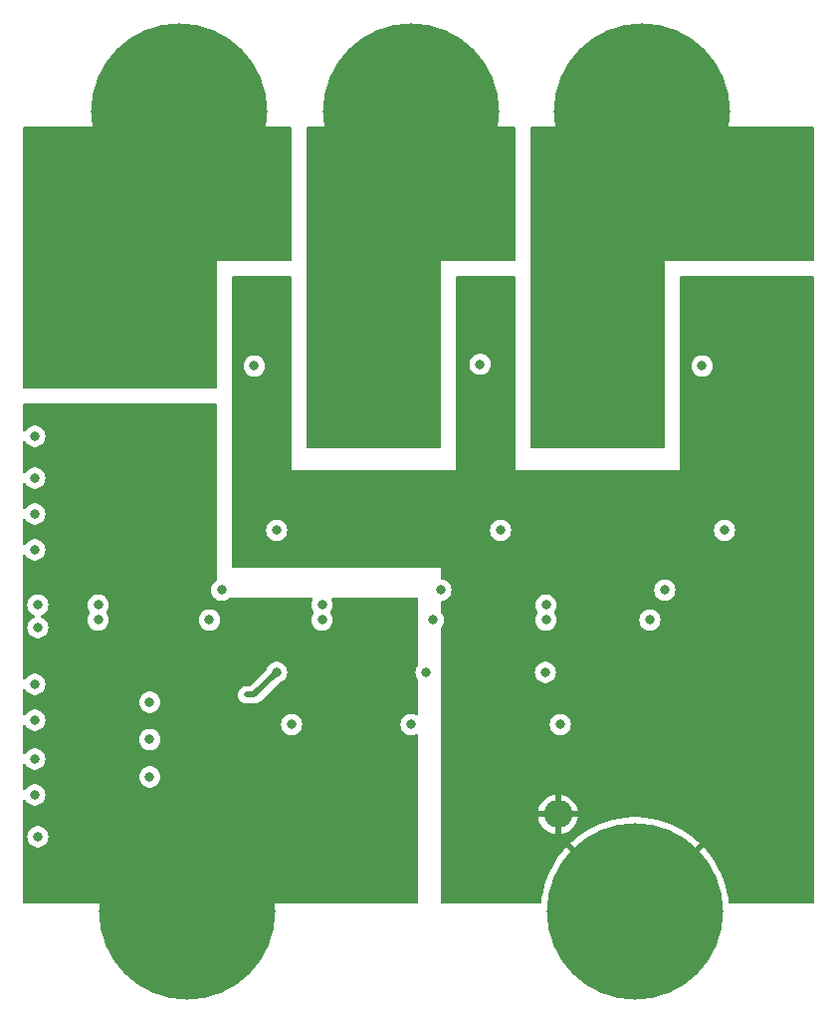
<source format=gbr>
%TF.GenerationSoftware,KiCad,Pcbnew,7.0.6*%
%TF.CreationDate,2023-10-19T15:55:56+03:00*%
%TF.ProjectId,_______ _____,21383b3e-3230-44f2-903f-3b3042302e6b,rev?*%
%TF.SameCoordinates,Original*%
%TF.FileFunction,Copper,L6,Bot*%
%TF.FilePolarity,Positive*%
%FSLAX46Y46*%
G04 Gerber Fmt 4.6, Leading zero omitted, Abs format (unit mm)*
G04 Created by KiCad (PCBNEW 7.0.6) date 2023-10-19 15:55:56*
%MOMM*%
%LPD*%
G01*
G04 APERTURE LIST*
%TA.AperFunction,ComponentPad*%
%ADD10C,15.000000*%
%TD*%
%TA.AperFunction,ComponentPad*%
%ADD11O,2.400000X2.400000*%
%TD*%
%TA.AperFunction,ComponentPad*%
%ADD12R,2.400000X2.400000*%
%TD*%
%TA.AperFunction,ViaPad*%
%ADD13C,0.800000*%
%TD*%
%TA.AperFunction,Conductor*%
%ADD14C,0.500000*%
%TD*%
G04 APERTURE END LIST*
D10*
%TO.P,J1,1,Pin_1*%
%TO.N,+24V*%
X133350000Y-125730000D03*
%TD*%
%TO.P,J2,1,Pin_1*%
%TO.N,GND*%
X171450000Y-125730000D03*
%TD*%
%TO.P,J5,1,Pin_1*%
%TO.N,C*%
X172085000Y-57785000D03*
%TD*%
%TO.P,J4,1,Pin_1*%
%TO.N,B*%
X152400000Y-57785000D03*
%TD*%
%TO.P,J3,1,Pin_1*%
%TO.N,A*%
X132715000Y-57785000D03*
%TD*%
D11*
%TO.P,C1,2*%
%TO.N,GND*%
X164900000Y-117475000D03*
D12*
%TO.P,C1,1*%
%TO.N,+24V*%
X139900000Y-117475000D03*
%TD*%
D13*
%TO.N,GND*%
X120396000Y-85344000D03*
X120396000Y-88900000D03*
X120396000Y-91948000D03*
X120396000Y-94996000D03*
X120396000Y-106426000D03*
X120396000Y-109474000D03*
X120396000Y-112776000D03*
X120396000Y-115824000D03*
X185674000Y-117856000D03*
X185674000Y-114554000D03*
X185674000Y-111506000D03*
X185674000Y-108204000D03*
X185674000Y-105156000D03*
X185674000Y-101854000D03*
X185674000Y-98806000D03*
X185674000Y-95504000D03*
X174625000Y-116205000D03*
X174625000Y-113030000D03*
X174625000Y-109855000D03*
X174625000Y-106680000D03*
X130175000Y-114300000D03*
X130175000Y-111125000D03*
X130175000Y-107950000D03*
X120650000Y-119380000D03*
X120650000Y-101600000D03*
X120650000Y-99695000D03*
%TO.N,HIN_C*%
X165100000Y-109855000D03*
%TO.N,LIN_C*%
X163830000Y-105410000D03*
%TO.N,HIN_B*%
X153670000Y-105410000D03*
%TO.N,LIN_B*%
X152400000Y-109855000D03*
%TO.N,LIN_A*%
X142240000Y-109855000D03*
%TO.N,HIN_A*%
X140970000Y-105410000D03*
%TO.N,GND*%
X175895000Y-74930000D03*
X175895000Y-76200000D03*
X178435000Y-76200000D03*
X179705000Y-74930000D03*
X178435000Y-74930000D03*
X177165000Y-74930000D03*
X179705000Y-76200000D03*
X177165000Y-76200000D03*
X156845000Y-74930000D03*
X156845000Y-76200000D03*
X159385000Y-76200000D03*
X160655000Y-74930000D03*
X159385000Y-74930000D03*
X158115000Y-74930000D03*
X160655000Y-76200000D03*
X158115000Y-76200000D03*
X137795000Y-76200000D03*
X139065000Y-76200000D03*
X140335000Y-76200000D03*
X141605000Y-76200000D03*
X141605000Y-74930000D03*
X140335000Y-74930000D03*
X139065000Y-74930000D03*
X137795000Y-74930000D03*
%TO.N,LIN_C*%
X163881676Y-100960775D03*
%TO.N,HIN_C*%
X163881676Y-99699225D03*
%TO.N,Net-(U3-VS)*%
X173990000Y-98425000D03*
X172720000Y-100965000D03*
%TO.N,LIN_B*%
X144831676Y-100960775D03*
%TO.N,HIN_B*%
X144831676Y-99699225D03*
%TO.N,LIN_A*%
X125781676Y-100960775D03*
%TO.N,HIN_A*%
X125781676Y-99699225D03*
%TO.N,Net-(U2-VS)*%
X154305000Y-100965000D03*
X154940000Y-98425000D03*
%TO.N,Net-(U1-VS)*%
X136292500Y-98425000D03*
X135255000Y-100965000D03*
%TO.N,G6*%
X179070000Y-93345000D03*
%TO.N,G4*%
X160020000Y-93345000D03*
%TO.N,G2*%
X140970000Y-93345000D03*
%TO.N,G6*%
X177165000Y-79375000D03*
%TO.N,G4*%
X158260000Y-79230000D03*
%TO.N,G2*%
X139065000Y-79375000D03*
%TD*%
D14*
%TO.N,HIN_A*%
X139065000Y-107315000D02*
X138430000Y-107315000D01*
X140970000Y-105410000D02*
X139065000Y-107315000D01*
%TD*%
%TA.AperFunction,Conductor*%
%TO.N,GND*%
G36*
X142183039Y-71774685D02*
G01*
X142228794Y-71827489D01*
X142240000Y-71878999D01*
X142240000Y-88265000D01*
X156210000Y-88265000D01*
X156210000Y-79230000D01*
X157354540Y-79230000D01*
X157374326Y-79418256D01*
X157374327Y-79418259D01*
X157432818Y-79598277D01*
X157432821Y-79598284D01*
X157527467Y-79762216D01*
X157654128Y-79902888D01*
X157654129Y-79902888D01*
X157807265Y-80014148D01*
X157807270Y-80014151D01*
X157980192Y-80091142D01*
X157980197Y-80091144D01*
X158165354Y-80130500D01*
X158165355Y-80130500D01*
X158354644Y-80130500D01*
X158354646Y-80130500D01*
X158539803Y-80091144D01*
X158712730Y-80014151D01*
X158865871Y-79902888D01*
X158992533Y-79762216D01*
X159087179Y-79598284D01*
X159145674Y-79418256D01*
X159165460Y-79230000D01*
X159145674Y-79041744D01*
X159087179Y-78861716D01*
X158992533Y-78697784D01*
X158865871Y-78557112D01*
X158865870Y-78557111D01*
X158712734Y-78445851D01*
X158712729Y-78445848D01*
X158539807Y-78368857D01*
X158539802Y-78368855D01*
X158394001Y-78337865D01*
X158354646Y-78329500D01*
X158165354Y-78329500D01*
X158132897Y-78336398D01*
X157980197Y-78368855D01*
X157980192Y-78368857D01*
X157807270Y-78445848D01*
X157807265Y-78445851D01*
X157654129Y-78557111D01*
X157527466Y-78697785D01*
X157432821Y-78861715D01*
X157432818Y-78861722D01*
X157385707Y-79006716D01*
X157374326Y-79041744D01*
X157354540Y-79230000D01*
X156210000Y-79230000D01*
X156210000Y-71879000D01*
X156229685Y-71811961D01*
X156282489Y-71766206D01*
X156334000Y-71755000D01*
X161166000Y-71755000D01*
X161233039Y-71774685D01*
X161278794Y-71827489D01*
X161290000Y-71878999D01*
X161290000Y-88265000D01*
X175260000Y-88265000D01*
X175260000Y-79375000D01*
X176259540Y-79375000D01*
X176279326Y-79563256D01*
X176279327Y-79563259D01*
X176337818Y-79743277D01*
X176337821Y-79743284D01*
X176432467Y-79907216D01*
X176528749Y-80014148D01*
X176559129Y-80047888D01*
X176712265Y-80159148D01*
X176712270Y-80159151D01*
X176885192Y-80236142D01*
X176885197Y-80236144D01*
X177070354Y-80275500D01*
X177070355Y-80275500D01*
X177259644Y-80275500D01*
X177259646Y-80275500D01*
X177444803Y-80236144D01*
X177617730Y-80159151D01*
X177770871Y-80047888D01*
X177897533Y-79907216D01*
X177992179Y-79743284D01*
X178050674Y-79563256D01*
X178070460Y-79375000D01*
X178050674Y-79186744D01*
X177992179Y-79006716D01*
X177897533Y-78842784D01*
X177770871Y-78702112D01*
X177770870Y-78702111D01*
X177617734Y-78590851D01*
X177617729Y-78590848D01*
X177444807Y-78513857D01*
X177444802Y-78513855D01*
X177299000Y-78482865D01*
X177259646Y-78474500D01*
X177070354Y-78474500D01*
X177037897Y-78481398D01*
X176885197Y-78513855D01*
X176885192Y-78513857D01*
X176712270Y-78590848D01*
X176712265Y-78590851D01*
X176559129Y-78702111D01*
X176432466Y-78842785D01*
X176337821Y-79006715D01*
X176337818Y-79006722D01*
X176279327Y-79186740D01*
X176279326Y-79186744D01*
X176259540Y-79375000D01*
X175260000Y-79375000D01*
X175260000Y-71879000D01*
X175279685Y-71811961D01*
X175332489Y-71766206D01*
X175384000Y-71755000D01*
X186566000Y-71755000D01*
X186633039Y-71774685D01*
X186678794Y-71827489D01*
X186690000Y-71879000D01*
X186690000Y-124971000D01*
X186670315Y-125038039D01*
X186617511Y-125083794D01*
X186566000Y-125095000D01*
X179538975Y-125095000D01*
X179471936Y-125075315D01*
X179426181Y-125022511D01*
X179415654Y-124983962D01*
X179376972Y-124615930D01*
X179279950Y-124065693D01*
X179279950Y-124065694D01*
X179144779Y-123523552D01*
X179144779Y-123523551D01*
X178972122Y-122992167D01*
X178972122Y-122992168D01*
X178762819Y-122474126D01*
X178762818Y-122474125D01*
X178517888Y-121971941D01*
X178517887Y-121971941D01*
X178238517Y-121488057D01*
X178238517Y-121488056D01*
X177926078Y-121024849D01*
X177926079Y-121024849D01*
X177582095Y-120584569D01*
X177282128Y-120251423D01*
X174095358Y-123438193D01*
X173961158Y-123284824D01*
X173743007Y-123083437D01*
X176927852Y-119898593D01*
X176806313Y-119781222D01*
X176378301Y-119422077D01*
X176378300Y-119422077D01*
X175926261Y-119093651D01*
X175926262Y-119093652D01*
X175452437Y-118797573D01*
X175452437Y-118797574D01*
X174959110Y-118535266D01*
X174959111Y-118535267D01*
X174448676Y-118308007D01*
X173923640Y-118116910D01*
X173923639Y-118116910D01*
X173386561Y-117962905D01*
X172840028Y-117846735D01*
X172286730Y-117768975D01*
X172286729Y-117768975D01*
X171729368Y-117730000D01*
X171170632Y-117730000D01*
X170613271Y-117768975D01*
X170613270Y-117768975D01*
X170059972Y-117846735D01*
X169513439Y-117962905D01*
X168976361Y-118116910D01*
X168976360Y-118116910D01*
X168451324Y-118308007D01*
X167940889Y-118535267D01*
X167940890Y-118535266D01*
X167447563Y-118797574D01*
X167447563Y-118797573D01*
X166973738Y-119093652D01*
X166973739Y-119093651D01*
X166521700Y-119422077D01*
X166521699Y-119422077D01*
X166093694Y-119781216D01*
X166093695Y-119781216D01*
X165972146Y-119898592D01*
X169157639Y-123084085D01*
X169072539Y-123154640D01*
X168812264Y-123421939D01*
X168801762Y-123435315D01*
X165617870Y-120251423D01*
X165617868Y-120251423D01*
X165317905Y-120584569D01*
X164973921Y-121024849D01*
X164973922Y-121024849D01*
X164661483Y-121488056D01*
X164661483Y-121488057D01*
X164382113Y-121971941D01*
X164382112Y-121971941D01*
X164137182Y-122474125D01*
X164137181Y-122474126D01*
X163927878Y-122992168D01*
X163927878Y-122992167D01*
X163755221Y-123523551D01*
X163755221Y-123523552D01*
X163620050Y-124065694D01*
X163620050Y-124065693D01*
X163523028Y-124615930D01*
X163484346Y-124983962D01*
X163457761Y-125048576D01*
X163400464Y-125088561D01*
X163361025Y-125095000D01*
X155064000Y-125095000D01*
X154996961Y-125075315D01*
X154951206Y-125022511D01*
X154940000Y-124971000D01*
X154940000Y-117725000D01*
X163213968Y-117725000D01*
X163214274Y-117729079D01*
X163214275Y-117729086D01*
X163270967Y-117977475D01*
X163270973Y-117977494D01*
X163364058Y-118214671D01*
X163364057Y-118214671D01*
X163491455Y-118435328D01*
X163650320Y-118634540D01*
X163837097Y-118807842D01*
X164047616Y-118951371D01*
X164047624Y-118951376D01*
X164277176Y-119061921D01*
X164277174Y-119061921D01*
X164520652Y-119137024D01*
X164520660Y-119137026D01*
X164650000Y-119156520D01*
X164650000Y-118020881D01*
X164743369Y-118059556D01*
X164860677Y-118075000D01*
X164939323Y-118075000D01*
X165056631Y-118059556D01*
X165150000Y-118020881D01*
X165150000Y-119156519D01*
X165279339Y-119137026D01*
X165279347Y-119137024D01*
X165522824Y-119061921D01*
X165752376Y-118951376D01*
X165752377Y-118951375D01*
X165962905Y-118807840D01*
X166149679Y-118634540D01*
X166308544Y-118435328D01*
X166435941Y-118214671D01*
X166529026Y-117977494D01*
X166529032Y-117977475D01*
X166585724Y-117729086D01*
X166585725Y-117729079D01*
X166586032Y-117725000D01*
X165445882Y-117725000D01*
X165484556Y-117631631D01*
X165505177Y-117475000D01*
X165484556Y-117318369D01*
X165445882Y-117225000D01*
X166586031Y-117225000D01*
X166585725Y-117220920D01*
X166585724Y-117220913D01*
X166529032Y-116972524D01*
X166529026Y-116972505D01*
X166435941Y-116735328D01*
X166435942Y-116735328D01*
X166308544Y-116514671D01*
X166149679Y-116315459D01*
X165962905Y-116142159D01*
X165752377Y-115998624D01*
X165752376Y-115998623D01*
X165522823Y-115888078D01*
X165522825Y-115888078D01*
X165279354Y-115812977D01*
X165279348Y-115812976D01*
X165150000Y-115793479D01*
X165150000Y-116929118D01*
X165056631Y-116890444D01*
X164939323Y-116875000D01*
X164860677Y-116875000D01*
X164743369Y-116890444D01*
X164650000Y-116929118D01*
X164650000Y-115793479D01*
X164520651Y-115812976D01*
X164520645Y-115812977D01*
X164277175Y-115888078D01*
X164047624Y-115998623D01*
X164047616Y-115998628D01*
X163837097Y-116142157D01*
X163650320Y-116315459D01*
X163491455Y-116514671D01*
X163364058Y-116735328D01*
X163270973Y-116972505D01*
X163270967Y-116972524D01*
X163214275Y-117220913D01*
X163214274Y-117220920D01*
X163213968Y-117225000D01*
X164354118Y-117225000D01*
X164315444Y-117318369D01*
X164294823Y-117475000D01*
X164315444Y-117631631D01*
X164354118Y-117725000D01*
X163213968Y-117725000D01*
X154940000Y-117725000D01*
X154940000Y-109855000D01*
X164194540Y-109855000D01*
X164214326Y-110043256D01*
X164214327Y-110043259D01*
X164272818Y-110223277D01*
X164272821Y-110223284D01*
X164367467Y-110387216D01*
X164494128Y-110527888D01*
X164494129Y-110527888D01*
X164647265Y-110639148D01*
X164647270Y-110639151D01*
X164820192Y-110716142D01*
X164820197Y-110716144D01*
X165005354Y-110755500D01*
X165005355Y-110755500D01*
X165194644Y-110755500D01*
X165194646Y-110755500D01*
X165379803Y-110716144D01*
X165552730Y-110639151D01*
X165705871Y-110527888D01*
X165832533Y-110387216D01*
X165927179Y-110223284D01*
X165985674Y-110043256D01*
X166005460Y-109855000D01*
X165985674Y-109666744D01*
X165927179Y-109486716D01*
X165832533Y-109322784D01*
X165705871Y-109182112D01*
X165705870Y-109182111D01*
X165552734Y-109070851D01*
X165552729Y-109070848D01*
X165379807Y-108993857D01*
X165379802Y-108993855D01*
X165234000Y-108962865D01*
X165194646Y-108954500D01*
X165005354Y-108954500D01*
X164972897Y-108961398D01*
X164820197Y-108993855D01*
X164820192Y-108993857D01*
X164647270Y-109070848D01*
X164647265Y-109070851D01*
X164494129Y-109182111D01*
X164367466Y-109322785D01*
X164272821Y-109486715D01*
X164272818Y-109486722D01*
X164214327Y-109666740D01*
X164214326Y-109666744D01*
X164194540Y-109855000D01*
X154940000Y-109855000D01*
X154940000Y-105410000D01*
X162924540Y-105410000D01*
X162944326Y-105598256D01*
X162944327Y-105598259D01*
X163002818Y-105778277D01*
X163002821Y-105778284D01*
X163097467Y-105942216D01*
X163224128Y-106082887D01*
X163224129Y-106082888D01*
X163377265Y-106194148D01*
X163377270Y-106194151D01*
X163550192Y-106271142D01*
X163550197Y-106271144D01*
X163735354Y-106310500D01*
X163735355Y-106310500D01*
X163924644Y-106310500D01*
X163924646Y-106310500D01*
X164109803Y-106271144D01*
X164282730Y-106194151D01*
X164435871Y-106082888D01*
X164562533Y-105942216D01*
X164657179Y-105778284D01*
X164715674Y-105598256D01*
X164735460Y-105410000D01*
X164715674Y-105221744D01*
X164657179Y-105041716D01*
X164562533Y-104877784D01*
X164435871Y-104737112D01*
X164435870Y-104737111D01*
X164282734Y-104625851D01*
X164282729Y-104625848D01*
X164109807Y-104548857D01*
X164109802Y-104548855D01*
X163964001Y-104517865D01*
X163924646Y-104509500D01*
X163735354Y-104509500D01*
X163702897Y-104516398D01*
X163550197Y-104548855D01*
X163550192Y-104548857D01*
X163377270Y-104625848D01*
X163377265Y-104625851D01*
X163224129Y-104737111D01*
X163097466Y-104877785D01*
X163002821Y-105041715D01*
X163002818Y-105041722D01*
X162944327Y-105221740D01*
X162944326Y-105221744D01*
X162924540Y-105410000D01*
X154940000Y-105410000D01*
X154940000Y-101653136D01*
X154959685Y-101586097D01*
X154971850Y-101570164D01*
X155037533Y-101497216D01*
X155132179Y-101333284D01*
X155190674Y-101153256D01*
X155210460Y-100965000D01*
X155210016Y-100960775D01*
X162976216Y-100960775D01*
X162996002Y-101149031D01*
X162996003Y-101149034D01*
X163054494Y-101329052D01*
X163054497Y-101329059D01*
X163149143Y-101492991D01*
X163275805Y-101633663D01*
X163428941Y-101744923D01*
X163428946Y-101744926D01*
X163601868Y-101821917D01*
X163601873Y-101821919D01*
X163787030Y-101861275D01*
X163787031Y-101861275D01*
X163976320Y-101861275D01*
X163976322Y-101861275D01*
X164161479Y-101821919D01*
X164334406Y-101744926D01*
X164487547Y-101633663D01*
X164614209Y-101492991D01*
X164708855Y-101329059D01*
X164767350Y-101149031D01*
X164786692Y-100965000D01*
X171814540Y-100965000D01*
X171834326Y-101153256D01*
X171834327Y-101153259D01*
X171892818Y-101333277D01*
X171892821Y-101333284D01*
X171987467Y-101497216D01*
X172053150Y-101570164D01*
X172114129Y-101637888D01*
X172267265Y-101749148D01*
X172267270Y-101749151D01*
X172440192Y-101826142D01*
X172440197Y-101826144D01*
X172625354Y-101865500D01*
X172625355Y-101865500D01*
X172814644Y-101865500D01*
X172814646Y-101865500D01*
X172999803Y-101826144D01*
X173172730Y-101749151D01*
X173325871Y-101637888D01*
X173452533Y-101497216D01*
X173547179Y-101333284D01*
X173605674Y-101153256D01*
X173625460Y-100965000D01*
X173605674Y-100776744D01*
X173547179Y-100596716D01*
X173452533Y-100432784D01*
X173325871Y-100292112D01*
X173325870Y-100292111D01*
X173172734Y-100180851D01*
X173172729Y-100180848D01*
X172999807Y-100103857D01*
X172999802Y-100103855D01*
X172828769Y-100067502D01*
X172814646Y-100064500D01*
X172625354Y-100064500D01*
X172611231Y-100067502D01*
X172440197Y-100103855D01*
X172440192Y-100103857D01*
X172267270Y-100180848D01*
X172267265Y-100180851D01*
X172114129Y-100292111D01*
X171987466Y-100432785D01*
X171892821Y-100596715D01*
X171892818Y-100596722D01*
X171834327Y-100776740D01*
X171834326Y-100776744D01*
X171814540Y-100965000D01*
X164786692Y-100965000D01*
X164787136Y-100960775D01*
X164767350Y-100772519D01*
X164710228Y-100596716D01*
X164708857Y-100592497D01*
X164708856Y-100592496D01*
X164708855Y-100592491D01*
X164614209Y-100428559D01*
X164600174Y-100412972D01*
X164569945Y-100349982D01*
X164578569Y-100280646D01*
X164600175Y-100247027D01*
X164614209Y-100231441D01*
X164708855Y-100067509D01*
X164767350Y-99887481D01*
X164787136Y-99699225D01*
X164767350Y-99510969D01*
X164708855Y-99330941D01*
X164614209Y-99167009D01*
X164487547Y-99026337D01*
X164487546Y-99026336D01*
X164334410Y-98915076D01*
X164334405Y-98915073D01*
X164161483Y-98838082D01*
X164161478Y-98838080D01*
X164015677Y-98807090D01*
X163976322Y-98798725D01*
X163787030Y-98798725D01*
X163754573Y-98805623D01*
X163601873Y-98838080D01*
X163601868Y-98838082D01*
X163428946Y-98915073D01*
X163428941Y-98915076D01*
X163275805Y-99026336D01*
X163149142Y-99167010D01*
X163054497Y-99330940D01*
X163054494Y-99330947D01*
X163017102Y-99446030D01*
X162996002Y-99510969D01*
X162976216Y-99699225D01*
X162996002Y-99887481D01*
X162996003Y-99887484D01*
X163054494Y-100067502D01*
X163054497Y-100067509D01*
X163149142Y-100231440D01*
X163163178Y-100247029D01*
X163193407Y-100310022D01*
X163184781Y-100379357D01*
X163163178Y-100412971D01*
X163149142Y-100428559D01*
X163054497Y-100592490D01*
X163054494Y-100592497D01*
X162996003Y-100772515D01*
X162996002Y-100772519D01*
X162976216Y-100960775D01*
X155210016Y-100960775D01*
X155190674Y-100776744D01*
X155132179Y-100596716D01*
X155037533Y-100432784D01*
X155037529Y-100432778D01*
X154971850Y-100359834D01*
X154941620Y-100296842D01*
X154940000Y-100276862D01*
X154940000Y-99446030D01*
X154959685Y-99378991D01*
X155012489Y-99333236D01*
X155038217Y-99324740D01*
X155219803Y-99286144D01*
X155392730Y-99209151D01*
X155545871Y-99097888D01*
X155672533Y-98957216D01*
X155767179Y-98793284D01*
X155825674Y-98613256D01*
X155845460Y-98425000D01*
X173084540Y-98425000D01*
X173104326Y-98613256D01*
X173104327Y-98613259D01*
X173162818Y-98793277D01*
X173162821Y-98793284D01*
X173257467Y-98957216D01*
X173319704Y-99026337D01*
X173384129Y-99097888D01*
X173537265Y-99209148D01*
X173537270Y-99209151D01*
X173710192Y-99286142D01*
X173710197Y-99286144D01*
X173895354Y-99325500D01*
X173895355Y-99325500D01*
X174084644Y-99325500D01*
X174084646Y-99325500D01*
X174269803Y-99286144D01*
X174442730Y-99209151D01*
X174595871Y-99097888D01*
X174722533Y-98957216D01*
X174817179Y-98793284D01*
X174875674Y-98613256D01*
X174895460Y-98425000D01*
X174875674Y-98236744D01*
X174817179Y-98056716D01*
X174722533Y-97892784D01*
X174595871Y-97752112D01*
X174595870Y-97752111D01*
X174442734Y-97640851D01*
X174442729Y-97640848D01*
X174269807Y-97563857D01*
X174269802Y-97563855D01*
X174124001Y-97532865D01*
X174084646Y-97524500D01*
X173895354Y-97524500D01*
X173862897Y-97531398D01*
X173710197Y-97563855D01*
X173710192Y-97563857D01*
X173537270Y-97640848D01*
X173537265Y-97640851D01*
X173384129Y-97752111D01*
X173257466Y-97892785D01*
X173162821Y-98056715D01*
X173162818Y-98056722D01*
X173104327Y-98236740D01*
X173104326Y-98236744D01*
X173084540Y-98425000D01*
X155845460Y-98425000D01*
X155825674Y-98236744D01*
X155767179Y-98056716D01*
X155672533Y-97892784D01*
X155545871Y-97752112D01*
X155545870Y-97752111D01*
X155392734Y-97640851D01*
X155392729Y-97640848D01*
X155219807Y-97563857D01*
X155219802Y-97563855D01*
X155038219Y-97525259D01*
X154976737Y-97492067D01*
X154942961Y-97430904D01*
X154940000Y-97403969D01*
X154940000Y-96520000D01*
X137284000Y-96520000D01*
X137216961Y-96500315D01*
X137171206Y-96447511D01*
X137160000Y-96396000D01*
X137160000Y-93345000D01*
X140064540Y-93345000D01*
X140084326Y-93533256D01*
X140084327Y-93533259D01*
X140142818Y-93713277D01*
X140142821Y-93713284D01*
X140237467Y-93877216D01*
X140364128Y-94017888D01*
X140364129Y-94017888D01*
X140517265Y-94129148D01*
X140517270Y-94129151D01*
X140690192Y-94206142D01*
X140690197Y-94206144D01*
X140875354Y-94245500D01*
X140875355Y-94245500D01*
X141064644Y-94245500D01*
X141064646Y-94245500D01*
X141249803Y-94206144D01*
X141422730Y-94129151D01*
X141575871Y-94017888D01*
X141702533Y-93877216D01*
X141797179Y-93713284D01*
X141855674Y-93533256D01*
X141875460Y-93345000D01*
X159114540Y-93345000D01*
X159134326Y-93533256D01*
X159134327Y-93533259D01*
X159192818Y-93713277D01*
X159192821Y-93713284D01*
X159287467Y-93877216D01*
X159414128Y-94017888D01*
X159414129Y-94017888D01*
X159567265Y-94129148D01*
X159567270Y-94129151D01*
X159740192Y-94206142D01*
X159740197Y-94206144D01*
X159925354Y-94245500D01*
X159925355Y-94245500D01*
X160114644Y-94245500D01*
X160114646Y-94245500D01*
X160299803Y-94206144D01*
X160472730Y-94129151D01*
X160625871Y-94017888D01*
X160752533Y-93877216D01*
X160847179Y-93713284D01*
X160905674Y-93533256D01*
X160925460Y-93345000D01*
X178164540Y-93345000D01*
X178184326Y-93533256D01*
X178184327Y-93533259D01*
X178242818Y-93713277D01*
X178242821Y-93713284D01*
X178337467Y-93877216D01*
X178464128Y-94017888D01*
X178464129Y-94017888D01*
X178617265Y-94129148D01*
X178617270Y-94129151D01*
X178790192Y-94206142D01*
X178790197Y-94206144D01*
X178975354Y-94245500D01*
X178975355Y-94245500D01*
X179164644Y-94245500D01*
X179164646Y-94245500D01*
X179349803Y-94206144D01*
X179522730Y-94129151D01*
X179675871Y-94017888D01*
X179802533Y-93877216D01*
X179897179Y-93713284D01*
X179955674Y-93533256D01*
X179975460Y-93345000D01*
X179955674Y-93156744D01*
X179897179Y-92976716D01*
X179802533Y-92812784D01*
X179675871Y-92672112D01*
X179675870Y-92672111D01*
X179522734Y-92560851D01*
X179522729Y-92560848D01*
X179349807Y-92483857D01*
X179349802Y-92483855D01*
X179204000Y-92452865D01*
X179164646Y-92444500D01*
X178975354Y-92444500D01*
X178942897Y-92451398D01*
X178790197Y-92483855D01*
X178790192Y-92483857D01*
X178617270Y-92560848D01*
X178617265Y-92560851D01*
X178464129Y-92672111D01*
X178337466Y-92812785D01*
X178242821Y-92976715D01*
X178242818Y-92976722D01*
X178184327Y-93156740D01*
X178184326Y-93156744D01*
X178164540Y-93345000D01*
X160925460Y-93345000D01*
X160905674Y-93156744D01*
X160847179Y-92976716D01*
X160752533Y-92812784D01*
X160625871Y-92672112D01*
X160625870Y-92672111D01*
X160472734Y-92560851D01*
X160472729Y-92560848D01*
X160299807Y-92483857D01*
X160299802Y-92483855D01*
X160154001Y-92452865D01*
X160114646Y-92444500D01*
X159925354Y-92444500D01*
X159892897Y-92451398D01*
X159740197Y-92483855D01*
X159740192Y-92483857D01*
X159567270Y-92560848D01*
X159567265Y-92560851D01*
X159414129Y-92672111D01*
X159287466Y-92812785D01*
X159192821Y-92976715D01*
X159192818Y-92976722D01*
X159134327Y-93156740D01*
X159134326Y-93156744D01*
X159114540Y-93345000D01*
X141875460Y-93345000D01*
X141855674Y-93156744D01*
X141797179Y-92976716D01*
X141702533Y-92812784D01*
X141575871Y-92672112D01*
X141575870Y-92672111D01*
X141422734Y-92560851D01*
X141422729Y-92560848D01*
X141249807Y-92483857D01*
X141249802Y-92483855D01*
X141104001Y-92452865D01*
X141064646Y-92444500D01*
X140875354Y-92444500D01*
X140842897Y-92451398D01*
X140690197Y-92483855D01*
X140690192Y-92483857D01*
X140517270Y-92560848D01*
X140517265Y-92560851D01*
X140364129Y-92672111D01*
X140237466Y-92812785D01*
X140142821Y-92976715D01*
X140142818Y-92976722D01*
X140084327Y-93156740D01*
X140084326Y-93156744D01*
X140064540Y-93345000D01*
X137160000Y-93345000D01*
X137160000Y-79375000D01*
X138159540Y-79375000D01*
X138179326Y-79563256D01*
X138179327Y-79563259D01*
X138237818Y-79743277D01*
X138237821Y-79743284D01*
X138332467Y-79907216D01*
X138428749Y-80014148D01*
X138459129Y-80047888D01*
X138612265Y-80159148D01*
X138612270Y-80159151D01*
X138785192Y-80236142D01*
X138785197Y-80236144D01*
X138970354Y-80275500D01*
X138970355Y-80275500D01*
X139159644Y-80275500D01*
X139159646Y-80275500D01*
X139344803Y-80236144D01*
X139517730Y-80159151D01*
X139670871Y-80047888D01*
X139797533Y-79907216D01*
X139892179Y-79743284D01*
X139950674Y-79563256D01*
X139970460Y-79375000D01*
X139950674Y-79186744D01*
X139892179Y-79006716D01*
X139797533Y-78842784D01*
X139670871Y-78702112D01*
X139670870Y-78702111D01*
X139517734Y-78590851D01*
X139517729Y-78590848D01*
X139344807Y-78513857D01*
X139344802Y-78513855D01*
X139199001Y-78482865D01*
X139159646Y-78474500D01*
X138970354Y-78474500D01*
X138937897Y-78481398D01*
X138785197Y-78513855D01*
X138785192Y-78513857D01*
X138612270Y-78590848D01*
X138612265Y-78590851D01*
X138459129Y-78702111D01*
X138332466Y-78842785D01*
X138237821Y-79006715D01*
X138237818Y-79006722D01*
X138179327Y-79186740D01*
X138179326Y-79186744D01*
X138159540Y-79375000D01*
X137160000Y-79375000D01*
X137160000Y-71879000D01*
X137179685Y-71811961D01*
X137232489Y-71766206D01*
X137284000Y-71755000D01*
X142116000Y-71755000D01*
X142183039Y-71774685D01*
G37*
%TD.AperFunction*%
%TD*%
%TA.AperFunction,Conductor*%
%TO.N,+24V*%
G36*
X135833039Y-82569685D02*
G01*
X135878794Y-82622489D01*
X135890000Y-82674000D01*
X135890000Y-97541173D01*
X135870315Y-97608212D01*
X135838886Y-97641491D01*
X135686627Y-97752113D01*
X135559966Y-97892785D01*
X135465321Y-98056715D01*
X135465318Y-98056722D01*
X135406827Y-98236740D01*
X135406826Y-98236744D01*
X135387040Y-98425000D01*
X135406826Y-98613256D01*
X135406827Y-98613259D01*
X135465318Y-98793277D01*
X135465321Y-98793284D01*
X135559967Y-98957216D01*
X135656455Y-99064376D01*
X135686629Y-99097888D01*
X135839765Y-99209148D01*
X135839770Y-99209151D01*
X136012692Y-99286142D01*
X136012697Y-99286144D01*
X136197854Y-99325500D01*
X136197855Y-99325500D01*
X136387144Y-99325500D01*
X136387146Y-99325500D01*
X136572303Y-99286144D01*
X136745230Y-99209151D01*
X136898371Y-99097888D01*
X136898377Y-99097881D01*
X136903195Y-99093544D01*
X136904797Y-99095323D01*
X136955043Y-99064376D01*
X136987694Y-99060000D01*
X143946151Y-99060000D01*
X144013190Y-99079685D01*
X144058945Y-99132489D01*
X144068889Y-99201647D01*
X144053538Y-99246000D01*
X144004497Y-99330940D01*
X144004494Y-99330947D01*
X143946003Y-99510965D01*
X143946002Y-99510969D01*
X143926216Y-99699225D01*
X143946002Y-99887481D01*
X143946003Y-99887484D01*
X144004494Y-100067502D01*
X144004497Y-100067509D01*
X144099142Y-100231440D01*
X144113178Y-100247029D01*
X144143407Y-100310022D01*
X144134781Y-100379357D01*
X144113178Y-100412971D01*
X144099142Y-100428559D01*
X144004497Y-100592490D01*
X144004494Y-100592497D01*
X143946003Y-100772515D01*
X143946002Y-100772519D01*
X143926216Y-100960775D01*
X143946002Y-101149031D01*
X143946003Y-101149034D01*
X144004494Y-101329052D01*
X144004497Y-101329059D01*
X144099143Y-101492991D01*
X144195495Y-101600000D01*
X144225805Y-101633663D01*
X144378941Y-101744923D01*
X144378946Y-101744926D01*
X144551868Y-101821917D01*
X144551873Y-101821919D01*
X144737030Y-101861275D01*
X144737031Y-101861275D01*
X144926320Y-101861275D01*
X144926322Y-101861275D01*
X145111479Y-101821919D01*
X145284406Y-101744926D01*
X145437547Y-101633663D01*
X145564209Y-101492991D01*
X145658855Y-101329059D01*
X145717350Y-101149031D01*
X145737136Y-100960775D01*
X145717350Y-100772519D01*
X145660228Y-100596716D01*
X145658857Y-100592497D01*
X145658856Y-100592496D01*
X145658855Y-100592491D01*
X145564209Y-100428559D01*
X145550174Y-100412972D01*
X145519945Y-100349982D01*
X145528569Y-100280646D01*
X145550175Y-100247027D01*
X145564209Y-100231441D01*
X145658855Y-100067509D01*
X145717350Y-99887481D01*
X145737136Y-99699225D01*
X145717350Y-99510969D01*
X145658855Y-99330941D01*
X145609813Y-99245998D01*
X145593341Y-99178100D01*
X145616194Y-99112073D01*
X145671115Y-99068882D01*
X145717201Y-99060000D01*
X152911000Y-99060000D01*
X152978039Y-99079685D01*
X153023794Y-99132489D01*
X153035000Y-99184000D01*
X153035000Y-104721862D01*
X153015315Y-104788901D01*
X153003150Y-104804834D01*
X152937470Y-104877778D01*
X152937465Y-104877785D01*
X152842821Y-105041715D01*
X152842818Y-105041722D01*
X152784327Y-105221740D01*
X152784326Y-105221744D01*
X152764540Y-105410000D01*
X152784326Y-105598256D01*
X152784327Y-105598259D01*
X152842818Y-105778277D01*
X152842821Y-105778284D01*
X152937467Y-105942216D01*
X152975080Y-105983989D01*
X153003150Y-106015164D01*
X153033380Y-106078155D01*
X153035000Y-106098136D01*
X153035000Y-108961308D01*
X153015315Y-109028347D01*
X152962511Y-109074102D01*
X152893353Y-109084046D01*
X152859223Y-109072239D01*
X152858666Y-109073492D01*
X152679807Y-108993857D01*
X152679802Y-108993855D01*
X152526675Y-108961308D01*
X152494646Y-108954500D01*
X152305354Y-108954500D01*
X152273325Y-108961308D01*
X152120197Y-108993855D01*
X152120192Y-108993857D01*
X151947270Y-109070848D01*
X151947265Y-109070851D01*
X151794129Y-109182111D01*
X151667466Y-109322785D01*
X151572821Y-109486715D01*
X151572818Y-109486722D01*
X151515784Y-109662256D01*
X151514326Y-109666744D01*
X151494540Y-109855000D01*
X151514326Y-110043256D01*
X151514327Y-110043259D01*
X151572818Y-110223277D01*
X151572821Y-110223284D01*
X151667467Y-110387216D01*
X151725899Y-110452111D01*
X151794129Y-110527888D01*
X151947265Y-110639148D01*
X151947270Y-110639151D01*
X152120192Y-110716142D01*
X152120197Y-110716144D01*
X152305354Y-110755500D01*
X152305355Y-110755500D01*
X152494644Y-110755500D01*
X152494646Y-110755500D01*
X152679803Y-110716144D01*
X152852730Y-110639151D01*
X152852730Y-110639150D01*
X152858666Y-110636508D01*
X152859651Y-110638721D01*
X152916891Y-110624831D01*
X152982920Y-110647678D01*
X153026114Y-110702596D01*
X153035000Y-110748691D01*
X153035000Y-124971000D01*
X153015315Y-125038039D01*
X152962511Y-125083794D01*
X152911000Y-125095000D01*
X119504000Y-125095000D01*
X119436961Y-125075315D01*
X119391206Y-125022511D01*
X119380000Y-124971000D01*
X119380000Y-119380000D01*
X119744540Y-119380000D01*
X119764326Y-119568256D01*
X119764327Y-119568259D01*
X119822818Y-119748277D01*
X119822821Y-119748284D01*
X119917467Y-119912216D01*
X120044129Y-120052888D01*
X120197265Y-120164148D01*
X120197270Y-120164151D01*
X120370192Y-120241142D01*
X120370197Y-120241144D01*
X120555354Y-120280500D01*
X120555355Y-120280500D01*
X120744644Y-120280500D01*
X120744646Y-120280500D01*
X120929803Y-120241144D01*
X121102730Y-120164151D01*
X121255871Y-120052888D01*
X121382533Y-119912216D01*
X121477179Y-119748284D01*
X121535674Y-119568256D01*
X121555460Y-119380000D01*
X121535674Y-119191744D01*
X121477179Y-119011716D01*
X121382533Y-118847784D01*
X121255871Y-118707112D01*
X121255870Y-118707111D01*
X121102734Y-118595851D01*
X121102729Y-118595848D01*
X120929807Y-118518857D01*
X120929802Y-118518855D01*
X120784001Y-118487865D01*
X120744646Y-118479500D01*
X120555354Y-118479500D01*
X120522897Y-118486398D01*
X120370197Y-118518855D01*
X120370192Y-118518857D01*
X120197270Y-118595848D01*
X120197265Y-118595851D01*
X120044129Y-118707111D01*
X119917466Y-118847785D01*
X119822821Y-119011715D01*
X119822818Y-119011722D01*
X119764327Y-119191740D01*
X119764326Y-119191744D01*
X119744540Y-119380000D01*
X119380000Y-119380000D01*
X119380000Y-116328010D01*
X119399685Y-116260971D01*
X119452489Y-116215216D01*
X119521647Y-116205272D01*
X119585203Y-116234297D01*
X119611385Y-116266007D01*
X119663466Y-116356214D01*
X119663467Y-116356216D01*
X119790129Y-116496888D01*
X119943265Y-116608148D01*
X119943270Y-116608151D01*
X120116192Y-116685142D01*
X120116197Y-116685144D01*
X120301354Y-116724500D01*
X120301355Y-116724500D01*
X120490644Y-116724500D01*
X120490646Y-116724500D01*
X120675803Y-116685144D01*
X120848730Y-116608151D01*
X121001871Y-116496888D01*
X121128533Y-116356216D01*
X121223179Y-116192284D01*
X121281674Y-116012256D01*
X121301460Y-115824000D01*
X121281674Y-115635744D01*
X121223179Y-115455716D01*
X121128533Y-115291784D01*
X121001871Y-115151112D01*
X121001870Y-115151111D01*
X120848734Y-115039851D01*
X120848729Y-115039848D01*
X120675807Y-114962857D01*
X120675802Y-114962855D01*
X120530000Y-114931865D01*
X120490646Y-114923500D01*
X120301354Y-114923500D01*
X120268897Y-114930398D01*
X120116197Y-114962855D01*
X120116192Y-114962857D01*
X119943270Y-115039848D01*
X119943265Y-115039851D01*
X119790129Y-115151111D01*
X119663466Y-115291785D01*
X119611387Y-115381989D01*
X119560820Y-115430205D01*
X119492213Y-115443428D01*
X119427348Y-115417460D01*
X119386820Y-115360546D01*
X119380000Y-115319989D01*
X119380000Y-114300000D01*
X129269540Y-114300000D01*
X129289326Y-114488256D01*
X129289327Y-114488259D01*
X129347818Y-114668277D01*
X129347821Y-114668284D01*
X129442467Y-114832216D01*
X129524660Y-114923500D01*
X129569129Y-114972888D01*
X129722265Y-115084148D01*
X129722270Y-115084151D01*
X129895192Y-115161142D01*
X129895197Y-115161144D01*
X130080354Y-115200500D01*
X130080355Y-115200500D01*
X130269644Y-115200500D01*
X130269646Y-115200500D01*
X130454803Y-115161144D01*
X130627730Y-115084151D01*
X130780871Y-114972888D01*
X130907533Y-114832216D01*
X131002179Y-114668284D01*
X131060674Y-114488256D01*
X131080460Y-114300000D01*
X131060674Y-114111744D01*
X131002179Y-113931716D01*
X130907533Y-113767784D01*
X130780871Y-113627112D01*
X130780870Y-113627111D01*
X130627734Y-113515851D01*
X130627729Y-113515848D01*
X130454807Y-113438857D01*
X130454802Y-113438855D01*
X130309000Y-113407865D01*
X130269646Y-113399500D01*
X130080354Y-113399500D01*
X130047897Y-113406398D01*
X129895197Y-113438855D01*
X129895192Y-113438857D01*
X129722270Y-113515848D01*
X129722265Y-113515851D01*
X129569129Y-113627111D01*
X129442466Y-113767785D01*
X129347821Y-113931715D01*
X129347818Y-113931722D01*
X129289327Y-114111740D01*
X129289326Y-114111744D01*
X129269540Y-114300000D01*
X119380000Y-114300000D01*
X119380000Y-113280010D01*
X119399685Y-113212971D01*
X119452489Y-113167216D01*
X119521647Y-113157272D01*
X119585203Y-113186297D01*
X119611385Y-113218007D01*
X119663466Y-113308214D01*
X119663467Y-113308216D01*
X119790129Y-113448888D01*
X119943265Y-113560148D01*
X119943270Y-113560151D01*
X120116192Y-113637142D01*
X120116197Y-113637144D01*
X120301354Y-113676500D01*
X120301355Y-113676500D01*
X120490644Y-113676500D01*
X120490646Y-113676500D01*
X120675803Y-113637144D01*
X120848730Y-113560151D01*
X121001871Y-113448888D01*
X121128533Y-113308216D01*
X121223179Y-113144284D01*
X121281674Y-112964256D01*
X121301460Y-112776000D01*
X121281674Y-112587744D01*
X121223179Y-112407716D01*
X121128533Y-112243784D01*
X121001871Y-112103112D01*
X121001870Y-112103111D01*
X120848734Y-111991851D01*
X120848729Y-111991848D01*
X120675807Y-111914857D01*
X120675802Y-111914855D01*
X120530000Y-111883865D01*
X120490646Y-111875500D01*
X120301354Y-111875500D01*
X120268897Y-111882398D01*
X120116197Y-111914855D01*
X120116192Y-111914857D01*
X119943270Y-111991848D01*
X119943265Y-111991851D01*
X119790129Y-112103111D01*
X119663466Y-112243785D01*
X119611387Y-112333989D01*
X119560820Y-112382205D01*
X119492213Y-112395428D01*
X119427348Y-112369460D01*
X119386820Y-112312546D01*
X119380000Y-112271989D01*
X119380000Y-111125000D01*
X129269540Y-111125000D01*
X129289326Y-111313256D01*
X129289327Y-111313259D01*
X129347818Y-111493277D01*
X129347821Y-111493284D01*
X129442467Y-111657216D01*
X129569129Y-111797888D01*
X129722265Y-111909148D01*
X129722270Y-111909151D01*
X129895192Y-111986142D01*
X129895197Y-111986144D01*
X130080354Y-112025500D01*
X130080355Y-112025500D01*
X130269644Y-112025500D01*
X130269646Y-112025500D01*
X130454803Y-111986144D01*
X130627730Y-111909151D01*
X130780871Y-111797888D01*
X130907533Y-111657216D01*
X131002179Y-111493284D01*
X131060674Y-111313256D01*
X131080460Y-111125000D01*
X131060674Y-110936744D01*
X131002179Y-110756716D01*
X130907533Y-110592784D01*
X130780871Y-110452112D01*
X130780870Y-110452111D01*
X130627734Y-110340851D01*
X130627729Y-110340848D01*
X130454807Y-110263857D01*
X130454802Y-110263855D01*
X130309001Y-110232865D01*
X130269646Y-110224500D01*
X130080354Y-110224500D01*
X130047897Y-110231398D01*
X129895197Y-110263855D01*
X129895192Y-110263857D01*
X129722270Y-110340848D01*
X129722265Y-110340851D01*
X129569129Y-110452111D01*
X129442466Y-110592785D01*
X129347821Y-110756715D01*
X129347818Y-110756722D01*
X129289327Y-110936740D01*
X129289326Y-110936744D01*
X129269540Y-111125000D01*
X119380000Y-111125000D01*
X119380000Y-109978010D01*
X119399685Y-109910971D01*
X119452489Y-109865216D01*
X119521647Y-109855272D01*
X119585203Y-109884297D01*
X119611385Y-109916007D01*
X119663466Y-110006214D01*
X119663467Y-110006216D01*
X119790129Y-110146888D01*
X119943265Y-110258148D01*
X119943270Y-110258151D01*
X120116192Y-110335142D01*
X120116197Y-110335144D01*
X120301354Y-110374500D01*
X120301355Y-110374500D01*
X120490644Y-110374500D01*
X120490646Y-110374500D01*
X120675803Y-110335144D01*
X120848730Y-110258151D01*
X121001871Y-110146888D01*
X121128533Y-110006216D01*
X121215837Y-109855000D01*
X141334540Y-109855000D01*
X141354326Y-110043256D01*
X141354327Y-110043259D01*
X141412818Y-110223277D01*
X141412821Y-110223284D01*
X141507467Y-110387216D01*
X141565899Y-110452111D01*
X141634129Y-110527888D01*
X141787265Y-110639148D01*
X141787270Y-110639151D01*
X141960192Y-110716142D01*
X141960197Y-110716144D01*
X142145354Y-110755500D01*
X142145355Y-110755500D01*
X142334644Y-110755500D01*
X142334646Y-110755500D01*
X142519803Y-110716144D01*
X142692730Y-110639151D01*
X142845871Y-110527888D01*
X142972533Y-110387216D01*
X143067179Y-110223284D01*
X143125674Y-110043256D01*
X143145460Y-109855000D01*
X143125674Y-109666744D01*
X143067179Y-109486716D01*
X142972533Y-109322784D01*
X142845871Y-109182112D01*
X142845870Y-109182111D01*
X142692734Y-109070851D01*
X142692729Y-109070848D01*
X142519807Y-108993857D01*
X142519802Y-108993855D01*
X142366675Y-108961308D01*
X142334646Y-108954500D01*
X142145354Y-108954500D01*
X142113325Y-108961308D01*
X141960197Y-108993855D01*
X141960192Y-108993857D01*
X141787270Y-109070848D01*
X141787265Y-109070851D01*
X141634129Y-109182111D01*
X141507466Y-109322785D01*
X141412821Y-109486715D01*
X141412818Y-109486722D01*
X141355784Y-109662256D01*
X141354326Y-109666744D01*
X141334540Y-109855000D01*
X121215837Y-109855000D01*
X121223179Y-109842284D01*
X121281674Y-109662256D01*
X121301460Y-109474000D01*
X121281674Y-109285744D01*
X121223179Y-109105716D01*
X121128533Y-108941784D01*
X121001871Y-108801112D01*
X121001870Y-108801111D01*
X120848734Y-108689851D01*
X120848729Y-108689848D01*
X120675807Y-108612857D01*
X120675802Y-108612855D01*
X120530000Y-108581865D01*
X120490646Y-108573500D01*
X120301354Y-108573500D01*
X120268897Y-108580398D01*
X120116197Y-108612855D01*
X120116192Y-108612857D01*
X119943270Y-108689848D01*
X119943265Y-108689851D01*
X119790129Y-108801111D01*
X119663466Y-108941785D01*
X119611387Y-109031989D01*
X119560820Y-109080205D01*
X119492213Y-109093428D01*
X119427348Y-109067460D01*
X119386820Y-109010546D01*
X119380000Y-108969989D01*
X119380000Y-107950000D01*
X129269540Y-107950000D01*
X129289326Y-108138256D01*
X129289327Y-108138259D01*
X129347818Y-108318277D01*
X129347821Y-108318284D01*
X129442467Y-108482216D01*
X129524660Y-108573500D01*
X129569129Y-108622888D01*
X129722265Y-108734148D01*
X129722270Y-108734151D01*
X129895192Y-108811142D01*
X129895197Y-108811144D01*
X130080354Y-108850500D01*
X130080355Y-108850500D01*
X130269644Y-108850500D01*
X130269646Y-108850500D01*
X130454803Y-108811144D01*
X130627730Y-108734151D01*
X130780871Y-108622888D01*
X130907533Y-108482216D01*
X131002179Y-108318284D01*
X131060674Y-108138256D01*
X131080460Y-107950000D01*
X131060674Y-107761744D01*
X131002179Y-107581716D01*
X130907533Y-107417784D01*
X130854543Y-107358933D01*
X137675668Y-107358933D01*
X137686046Y-107417784D01*
X137706135Y-107531711D01*
X137775623Y-107692804D01*
X137775624Y-107692806D01*
X137775626Y-107692809D01*
X137826944Y-107761740D01*
X137880390Y-107833530D01*
X138014786Y-107946302D01*
X138092488Y-107985325D01*
X138171562Y-108025038D01*
X138171563Y-108025038D01*
X138171567Y-108025040D01*
X138342279Y-108065500D01*
X139001295Y-108065500D01*
X139019265Y-108066809D01*
X139043023Y-108070289D01*
X139095068Y-108065735D01*
X139100470Y-108065500D01*
X139108704Y-108065500D01*
X139108709Y-108065500D01*
X139120327Y-108064141D01*
X139141276Y-108061693D01*
X139154028Y-108060577D01*
X139217797Y-108054999D01*
X139217805Y-108054996D01*
X139224866Y-108053539D01*
X139224878Y-108053598D01*
X139232243Y-108051965D01*
X139232229Y-108051906D01*
X139239246Y-108050241D01*
X139239255Y-108050241D01*
X139311423Y-108023974D01*
X139384334Y-107999814D01*
X139384343Y-107999807D01*
X139390882Y-107996760D01*
X139390908Y-107996816D01*
X139397690Y-107993532D01*
X139397663Y-107993478D01*
X139404106Y-107990240D01*
X139404117Y-107990237D01*
X139468283Y-107948034D01*
X139533656Y-107907712D01*
X139533662Y-107907705D01*
X139539325Y-107903229D01*
X139539363Y-107903277D01*
X139545200Y-107898522D01*
X139545161Y-107898475D01*
X139550696Y-107893830D01*
X139603385Y-107837983D01*
X140705200Y-106736167D01*
X141122771Y-106318595D01*
X141184092Y-106285112D01*
X141184448Y-106285034D01*
X141249803Y-106271144D01*
X141422730Y-106194151D01*
X141575871Y-106082888D01*
X141702533Y-105942216D01*
X141797179Y-105778284D01*
X141855674Y-105598256D01*
X141875460Y-105410000D01*
X141855674Y-105221744D01*
X141797179Y-105041716D01*
X141702533Y-104877784D01*
X141575871Y-104737112D01*
X141575870Y-104737111D01*
X141422734Y-104625851D01*
X141422729Y-104625848D01*
X141249807Y-104548857D01*
X141249802Y-104548855D01*
X141104001Y-104517865D01*
X141064646Y-104509500D01*
X140875354Y-104509500D01*
X140842897Y-104516398D01*
X140690197Y-104548855D01*
X140690192Y-104548857D01*
X140517270Y-104625848D01*
X140517265Y-104625851D01*
X140364129Y-104737111D01*
X140237466Y-104877785D01*
X140142821Y-105041715D01*
X140142819Y-105041719D01*
X140087478Y-105212041D01*
X140057228Y-105261403D01*
X138790451Y-106528181D01*
X138729128Y-106561666D01*
X138702770Y-106564500D01*
X138386291Y-106564500D01*
X138281854Y-106576707D01*
X138255743Y-106579759D01*
X138255740Y-106579760D01*
X138090884Y-106639762D01*
X138090880Y-106639764D01*
X137944306Y-106736167D01*
X137944305Y-106736168D01*
X137823910Y-106863778D01*
X137736188Y-107015718D01*
X137685870Y-107183789D01*
X137685869Y-107183794D01*
X137675668Y-107358933D01*
X130854543Y-107358933D01*
X130780871Y-107277112D01*
X130780870Y-107277111D01*
X130627734Y-107165851D01*
X130627729Y-107165848D01*
X130454807Y-107088857D01*
X130454802Y-107088855D01*
X130309001Y-107057865D01*
X130269646Y-107049500D01*
X130080354Y-107049500D01*
X130047897Y-107056398D01*
X129895197Y-107088855D01*
X129895192Y-107088857D01*
X129722270Y-107165848D01*
X129722265Y-107165851D01*
X129569129Y-107277111D01*
X129442466Y-107417785D01*
X129347821Y-107581715D01*
X129347818Y-107581722D01*
X129311726Y-107692804D01*
X129289326Y-107761744D01*
X129269540Y-107950000D01*
X119380000Y-107950000D01*
X119380000Y-106930010D01*
X119399685Y-106862971D01*
X119452489Y-106817216D01*
X119521647Y-106807272D01*
X119585203Y-106836297D01*
X119611385Y-106868007D01*
X119663466Y-106958214D01*
X119663467Y-106958216D01*
X119790129Y-107098888D01*
X119943265Y-107210148D01*
X119943270Y-107210151D01*
X120116192Y-107287142D01*
X120116197Y-107287144D01*
X120301354Y-107326500D01*
X120301355Y-107326500D01*
X120490644Y-107326500D01*
X120490646Y-107326500D01*
X120675803Y-107287144D01*
X120848730Y-107210151D01*
X121001871Y-107098888D01*
X121128533Y-106958216D01*
X121223179Y-106794284D01*
X121281674Y-106614256D01*
X121301460Y-106426000D01*
X121281674Y-106237744D01*
X121223179Y-106057716D01*
X121128533Y-105893784D01*
X121001871Y-105753112D01*
X121001870Y-105753111D01*
X120848734Y-105641851D01*
X120848729Y-105641848D01*
X120675807Y-105564857D01*
X120675802Y-105564855D01*
X120530000Y-105533865D01*
X120490646Y-105525500D01*
X120301354Y-105525500D01*
X120268897Y-105532398D01*
X120116197Y-105564855D01*
X120116192Y-105564857D01*
X119943270Y-105641848D01*
X119943265Y-105641851D01*
X119790129Y-105753111D01*
X119663466Y-105893785D01*
X119611387Y-105983989D01*
X119560820Y-106032205D01*
X119492213Y-106045428D01*
X119427348Y-106019460D01*
X119386820Y-105962546D01*
X119380000Y-105921989D01*
X119380000Y-101600000D01*
X119744540Y-101600000D01*
X119764326Y-101788256D01*
X119764327Y-101788259D01*
X119822818Y-101968277D01*
X119822821Y-101968284D01*
X119917467Y-102132216D01*
X120044128Y-102272887D01*
X120044129Y-102272888D01*
X120197265Y-102384148D01*
X120197270Y-102384151D01*
X120370192Y-102461142D01*
X120370197Y-102461144D01*
X120555354Y-102500500D01*
X120555355Y-102500500D01*
X120744644Y-102500500D01*
X120744646Y-102500500D01*
X120929803Y-102461144D01*
X121102730Y-102384151D01*
X121255871Y-102272888D01*
X121382533Y-102132216D01*
X121477179Y-101968284D01*
X121535674Y-101788256D01*
X121555460Y-101600000D01*
X121535674Y-101411744D01*
X121477179Y-101231716D01*
X121382533Y-101067784D01*
X121286181Y-100960775D01*
X124876216Y-100960775D01*
X124896002Y-101149031D01*
X124896003Y-101149034D01*
X124954494Y-101329052D01*
X124954497Y-101329059D01*
X125049143Y-101492991D01*
X125145495Y-101600000D01*
X125175805Y-101633663D01*
X125328941Y-101744923D01*
X125328946Y-101744926D01*
X125501868Y-101821917D01*
X125501873Y-101821919D01*
X125687030Y-101861275D01*
X125687031Y-101861275D01*
X125876320Y-101861275D01*
X125876322Y-101861275D01*
X126061479Y-101821919D01*
X126234406Y-101744926D01*
X126387547Y-101633663D01*
X126514209Y-101492991D01*
X126608855Y-101329059D01*
X126667350Y-101149031D01*
X126686692Y-100965000D01*
X134349540Y-100965000D01*
X134369326Y-101153256D01*
X134369327Y-101153259D01*
X134427818Y-101333277D01*
X134427821Y-101333284D01*
X134522467Y-101497216D01*
X134645325Y-101633663D01*
X134649129Y-101637888D01*
X134802265Y-101749148D01*
X134802270Y-101749151D01*
X134975192Y-101826142D01*
X134975197Y-101826144D01*
X135160354Y-101865500D01*
X135160355Y-101865500D01*
X135349644Y-101865500D01*
X135349646Y-101865500D01*
X135534803Y-101826144D01*
X135707730Y-101749151D01*
X135860871Y-101637888D01*
X135987533Y-101497216D01*
X136082179Y-101333284D01*
X136140674Y-101153256D01*
X136160460Y-100965000D01*
X136140674Y-100776744D01*
X136082179Y-100596716D01*
X135987533Y-100432784D01*
X135860871Y-100292112D01*
X135860870Y-100292111D01*
X135707734Y-100180851D01*
X135707729Y-100180848D01*
X135534807Y-100103857D01*
X135534802Y-100103855D01*
X135363769Y-100067502D01*
X135349646Y-100064500D01*
X135160354Y-100064500D01*
X135146231Y-100067502D01*
X134975197Y-100103855D01*
X134975192Y-100103857D01*
X134802270Y-100180848D01*
X134802265Y-100180851D01*
X134649129Y-100292111D01*
X134522466Y-100432785D01*
X134427821Y-100596715D01*
X134427818Y-100596722D01*
X134369327Y-100776740D01*
X134369326Y-100776744D01*
X134349540Y-100965000D01*
X126686692Y-100965000D01*
X126687136Y-100960775D01*
X126667350Y-100772519D01*
X126610228Y-100596716D01*
X126608857Y-100592497D01*
X126608856Y-100592496D01*
X126608855Y-100592491D01*
X126514209Y-100428559D01*
X126500174Y-100412972D01*
X126469945Y-100349982D01*
X126478569Y-100280646D01*
X126500175Y-100247027D01*
X126514209Y-100231441D01*
X126608855Y-100067509D01*
X126667350Y-99887481D01*
X126687136Y-99699225D01*
X126667350Y-99510969D01*
X126608855Y-99330941D01*
X126514209Y-99167009D01*
X126387547Y-99026337D01*
X126381732Y-99022112D01*
X126234410Y-98915076D01*
X126234405Y-98915073D01*
X126061483Y-98838082D01*
X126061478Y-98838080D01*
X125915676Y-98807090D01*
X125876322Y-98798725D01*
X125687030Y-98798725D01*
X125654573Y-98805623D01*
X125501873Y-98838080D01*
X125501868Y-98838082D01*
X125328946Y-98915073D01*
X125328941Y-98915076D01*
X125175805Y-99026336D01*
X125049142Y-99167010D01*
X124954497Y-99330940D01*
X124954494Y-99330947D01*
X124896003Y-99510965D01*
X124896002Y-99510969D01*
X124876216Y-99699225D01*
X124896002Y-99887481D01*
X124896003Y-99887484D01*
X124954494Y-100067502D01*
X124954497Y-100067509D01*
X125049142Y-100231440D01*
X125063178Y-100247029D01*
X125093407Y-100310022D01*
X125084781Y-100379357D01*
X125063178Y-100412971D01*
X125049142Y-100428559D01*
X124954497Y-100592490D01*
X124954494Y-100592497D01*
X124896003Y-100772515D01*
X124896002Y-100772519D01*
X124876216Y-100960775D01*
X121286181Y-100960775D01*
X121255871Y-100927112D01*
X121255870Y-100927111D01*
X121102734Y-100815851D01*
X121102729Y-100815848D01*
X120979043Y-100760779D01*
X120925806Y-100715529D01*
X120905485Y-100648680D01*
X120924531Y-100581456D01*
X120976897Y-100535201D01*
X120979043Y-100534221D01*
X121031498Y-100510865D01*
X121102730Y-100479151D01*
X121255871Y-100367888D01*
X121382533Y-100227216D01*
X121477179Y-100063284D01*
X121535674Y-99883256D01*
X121555460Y-99695000D01*
X121535674Y-99506744D01*
X121478552Y-99330941D01*
X121477181Y-99326722D01*
X121477180Y-99326721D01*
X121477179Y-99326716D01*
X121382533Y-99162784D01*
X121255871Y-99022112D01*
X121255870Y-99022111D01*
X121102734Y-98910851D01*
X121102729Y-98910848D01*
X120929807Y-98833857D01*
X120929802Y-98833855D01*
X120764523Y-98798725D01*
X120744646Y-98794500D01*
X120555354Y-98794500D01*
X120535477Y-98798725D01*
X120370197Y-98833855D01*
X120370192Y-98833857D01*
X120197270Y-98910848D01*
X120197265Y-98910851D01*
X120044129Y-99022111D01*
X119917466Y-99162785D01*
X119822821Y-99326715D01*
X119822818Y-99326722D01*
X119764327Y-99506740D01*
X119764326Y-99506744D01*
X119744540Y-99695000D01*
X119764326Y-99883256D01*
X119764327Y-99883259D01*
X119822818Y-100063277D01*
X119822821Y-100063284D01*
X119917467Y-100227216D01*
X120028006Y-100349982D01*
X120044129Y-100367888D01*
X120197265Y-100479148D01*
X120197270Y-100479151D01*
X120320956Y-100534221D01*
X120374193Y-100579472D01*
X120394514Y-100646321D01*
X120375468Y-100713544D01*
X120323102Y-100759799D01*
X120320956Y-100760779D01*
X120197270Y-100815848D01*
X120197265Y-100815851D01*
X120044129Y-100927111D01*
X119917466Y-101067785D01*
X119822821Y-101231715D01*
X119822818Y-101231722D01*
X119789819Y-101333284D01*
X119764326Y-101411744D01*
X119744540Y-101600000D01*
X119380000Y-101600000D01*
X119380000Y-95500010D01*
X119399685Y-95432971D01*
X119452489Y-95387216D01*
X119521647Y-95377272D01*
X119585203Y-95406297D01*
X119611385Y-95438007D01*
X119663466Y-95528214D01*
X119663467Y-95528216D01*
X119790129Y-95668888D01*
X119943265Y-95780148D01*
X119943270Y-95780151D01*
X120116192Y-95857142D01*
X120116197Y-95857144D01*
X120301354Y-95896500D01*
X120301355Y-95896500D01*
X120490644Y-95896500D01*
X120490646Y-95896500D01*
X120675803Y-95857144D01*
X120848730Y-95780151D01*
X121001871Y-95668888D01*
X121128533Y-95528216D01*
X121223179Y-95364284D01*
X121281674Y-95184256D01*
X121301460Y-94996000D01*
X121281674Y-94807744D01*
X121223179Y-94627716D01*
X121128533Y-94463784D01*
X121001871Y-94323112D01*
X121001870Y-94323111D01*
X120848734Y-94211851D01*
X120848729Y-94211848D01*
X120675807Y-94134857D01*
X120675802Y-94134855D01*
X120530001Y-94103865D01*
X120490646Y-94095500D01*
X120301354Y-94095500D01*
X120268897Y-94102398D01*
X120116197Y-94134855D01*
X120116192Y-94134857D01*
X119943270Y-94211848D01*
X119943265Y-94211851D01*
X119790129Y-94323111D01*
X119663466Y-94463785D01*
X119611387Y-94553989D01*
X119560820Y-94602205D01*
X119492213Y-94615428D01*
X119427348Y-94589460D01*
X119386820Y-94532546D01*
X119380000Y-94491989D01*
X119380000Y-92452010D01*
X119399685Y-92384971D01*
X119452489Y-92339216D01*
X119521647Y-92329272D01*
X119585203Y-92358297D01*
X119611385Y-92390007D01*
X119663466Y-92480214D01*
X119663467Y-92480216D01*
X119790129Y-92620888D01*
X119943265Y-92732148D01*
X119943270Y-92732151D01*
X120116192Y-92809142D01*
X120116197Y-92809144D01*
X120301354Y-92848500D01*
X120301355Y-92848500D01*
X120490644Y-92848500D01*
X120490646Y-92848500D01*
X120675803Y-92809144D01*
X120848730Y-92732151D01*
X121001871Y-92620888D01*
X121128533Y-92480216D01*
X121223179Y-92316284D01*
X121281674Y-92136256D01*
X121301460Y-91948000D01*
X121281674Y-91759744D01*
X121223179Y-91579716D01*
X121128533Y-91415784D01*
X121001871Y-91275112D01*
X121001870Y-91275111D01*
X120848734Y-91163851D01*
X120848729Y-91163848D01*
X120675807Y-91086857D01*
X120675802Y-91086855D01*
X120530000Y-91055865D01*
X120490646Y-91047500D01*
X120301354Y-91047500D01*
X120268897Y-91054398D01*
X120116197Y-91086855D01*
X120116192Y-91086857D01*
X119943270Y-91163848D01*
X119943265Y-91163851D01*
X119790129Y-91275111D01*
X119663466Y-91415785D01*
X119611387Y-91505989D01*
X119560820Y-91554205D01*
X119492213Y-91567428D01*
X119427348Y-91541460D01*
X119386820Y-91484546D01*
X119380000Y-91443989D01*
X119380000Y-89404010D01*
X119399685Y-89336971D01*
X119452489Y-89291216D01*
X119521647Y-89281272D01*
X119585203Y-89310297D01*
X119611385Y-89342007D01*
X119663466Y-89432214D01*
X119663467Y-89432216D01*
X119790129Y-89572888D01*
X119943265Y-89684148D01*
X119943270Y-89684151D01*
X120116192Y-89761142D01*
X120116197Y-89761144D01*
X120301354Y-89800500D01*
X120301355Y-89800500D01*
X120490644Y-89800500D01*
X120490646Y-89800500D01*
X120675803Y-89761144D01*
X120848730Y-89684151D01*
X121001871Y-89572888D01*
X121128533Y-89432216D01*
X121223179Y-89268284D01*
X121281674Y-89088256D01*
X121301460Y-88900000D01*
X121281674Y-88711744D01*
X121223179Y-88531716D01*
X121128533Y-88367784D01*
X121001871Y-88227112D01*
X121001870Y-88227111D01*
X120848734Y-88115851D01*
X120848729Y-88115848D01*
X120675807Y-88038857D01*
X120675802Y-88038855D01*
X120530001Y-88007865D01*
X120490646Y-87999500D01*
X120301354Y-87999500D01*
X120268897Y-88006398D01*
X120116197Y-88038855D01*
X120116192Y-88038857D01*
X119943270Y-88115848D01*
X119943265Y-88115851D01*
X119790129Y-88227111D01*
X119663466Y-88367785D01*
X119611387Y-88457989D01*
X119560820Y-88506205D01*
X119492213Y-88519428D01*
X119427348Y-88493460D01*
X119386820Y-88436546D01*
X119380000Y-88395989D01*
X119380000Y-85848010D01*
X119399685Y-85780971D01*
X119452489Y-85735216D01*
X119521647Y-85725272D01*
X119585203Y-85754297D01*
X119611385Y-85786007D01*
X119663466Y-85876214D01*
X119663467Y-85876216D01*
X119790129Y-86016888D01*
X119943265Y-86128148D01*
X119943270Y-86128151D01*
X120116192Y-86205142D01*
X120116197Y-86205144D01*
X120301354Y-86244500D01*
X120301355Y-86244500D01*
X120490644Y-86244500D01*
X120490646Y-86244500D01*
X120675803Y-86205144D01*
X120848730Y-86128151D01*
X121001871Y-86016888D01*
X121128533Y-85876216D01*
X121223179Y-85712284D01*
X121281674Y-85532256D01*
X121301460Y-85344000D01*
X121281674Y-85155744D01*
X121223179Y-84975716D01*
X121128533Y-84811784D01*
X121001871Y-84671112D01*
X121001870Y-84671111D01*
X120848734Y-84559851D01*
X120848729Y-84559848D01*
X120675807Y-84482857D01*
X120675802Y-84482855D01*
X120530001Y-84451865D01*
X120490646Y-84443500D01*
X120301354Y-84443500D01*
X120268897Y-84450398D01*
X120116197Y-84482855D01*
X120116192Y-84482857D01*
X119943270Y-84559848D01*
X119943265Y-84559851D01*
X119790129Y-84671111D01*
X119663466Y-84811785D01*
X119611387Y-84901989D01*
X119560820Y-84950205D01*
X119492213Y-84963428D01*
X119427348Y-84937460D01*
X119386820Y-84880546D01*
X119380000Y-84839989D01*
X119380000Y-82674000D01*
X119399685Y-82606961D01*
X119452489Y-82561206D01*
X119504000Y-82550000D01*
X135766000Y-82550000D01*
X135833039Y-82569685D01*
G37*
%TD.AperFunction*%
%TD*%
%TA.AperFunction,Conductor*%
%TO.N,A*%
G36*
X142183039Y-59074685D02*
G01*
X142228794Y-59127489D01*
X142240000Y-59179000D01*
X142240000Y-70361000D01*
X142220315Y-70428039D01*
X142167511Y-70473794D01*
X142116000Y-70485000D01*
X135890000Y-70485000D01*
X135890000Y-81156000D01*
X135870315Y-81223039D01*
X135817511Y-81268794D01*
X135766000Y-81280000D01*
X119504000Y-81280000D01*
X119436961Y-81260315D01*
X119391206Y-81207511D01*
X119380000Y-81156000D01*
X119380000Y-59179000D01*
X119399685Y-59111961D01*
X119452489Y-59066206D01*
X119504000Y-59055000D01*
X142116000Y-59055000D01*
X142183039Y-59074685D01*
G37*
%TD.AperFunction*%
%TD*%
%TA.AperFunction,Conductor*%
%TO.N,B*%
G36*
X161233039Y-59074685D02*
G01*
X161278794Y-59127489D01*
X161290000Y-59179000D01*
X161290000Y-70361000D01*
X161270315Y-70428039D01*
X161217511Y-70473794D01*
X161166000Y-70485000D01*
X154940000Y-70485000D01*
X154940000Y-86236000D01*
X154920315Y-86303039D01*
X154867511Y-86348794D01*
X154816000Y-86360000D01*
X143634000Y-86360000D01*
X143566961Y-86340315D01*
X143521206Y-86287511D01*
X143510000Y-86236000D01*
X143510000Y-59179000D01*
X143529685Y-59111961D01*
X143582489Y-59066206D01*
X143634000Y-59055000D01*
X161166000Y-59055000D01*
X161233039Y-59074685D01*
G37*
%TD.AperFunction*%
%TD*%
%TA.AperFunction,Conductor*%
%TO.N,C*%
G36*
X186633039Y-59074685D02*
G01*
X186678794Y-59127489D01*
X186690000Y-59179000D01*
X186690000Y-70361000D01*
X186670315Y-70428039D01*
X186617511Y-70473794D01*
X186566000Y-70485000D01*
X173990000Y-70485000D01*
X173990000Y-86236000D01*
X173970315Y-86303039D01*
X173917511Y-86348794D01*
X173866000Y-86360000D01*
X162684000Y-86360000D01*
X162616961Y-86340315D01*
X162571206Y-86287511D01*
X162560000Y-86236000D01*
X162560000Y-59179000D01*
X162579685Y-59111961D01*
X162632489Y-59066206D01*
X162684000Y-59055000D01*
X186566000Y-59055000D01*
X186633039Y-59074685D01*
G37*
%TD.AperFunction*%
%TD*%
M02*

</source>
